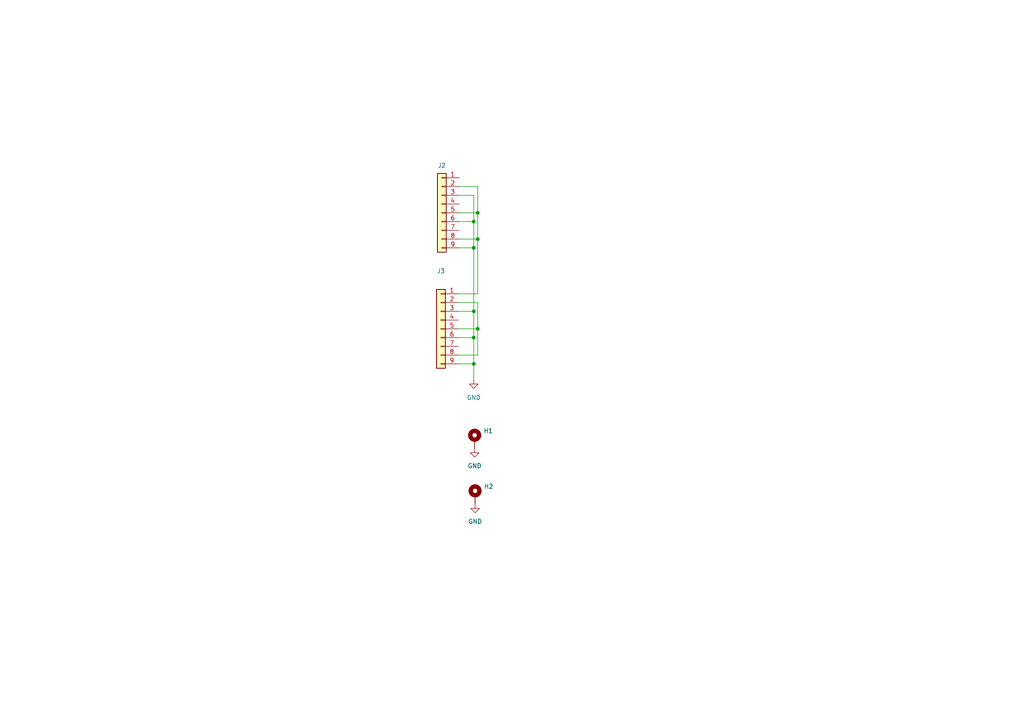
<source format=kicad_sch>
(kicad_sch (version 20230121) (generator eeschema)
  (paper "A4")
  (title_block (title "m0xpd PATCH Passive Multiple Board") (comment 1 "Published under CC BY-SA 4.0 License") (comment 2 "See: https://github.com/m0xpd/PATCH"))
  (lib_symbols
    (symbol "Connector_Generic:Conn_01x09" (pin_names (offset 1.016) hide)
      (property "Reference" "J" (at 0 12.7 0))
      (property "Value" "Conn_01x09" (at 0 -12.7 0))
      (symbol "Conn_01x09_1_1"
        (rectangle (start -1.27 -10.033) (end 0 -10.287) (stroke (width 0.1524)))
        (rectangle (start -1.27 -7.493) (end 0 -7.747) (stroke (width 0.1524)))
        (rectangle (start -1.27 -4.953) (end 0 -5.207) (stroke (width 0.1524)))
        (rectangle (start -1.27 -2.413) (end 0 -2.667) (stroke (width 0.1524)))
        (rectangle (start -1.27 0.127) (end 0 -0.127) (stroke (width 0.1524)))
        (rectangle (start -1.27 2.667) (end 0 2.413) (stroke (width 0.1524)))
        (rectangle (start -1.27 5.207) (end 0 4.953) (stroke (width 0.1524)))
        (rectangle (start -1.27 7.747) (end 0 7.493) (stroke (width 0.1524)))
        (rectangle (start -1.27 10.287) (end 0 10.033) (stroke (width 0.1524)))
        (rectangle (start -1.27 11.43) (end 1.27 -11.43) (stroke (width 0.254)) (fill (type background)))
        (pin passive line (at -5.08 10.16 0) (length 3.81) (name "Pin_1") (number "1"))
        (pin passive line (at -5.08 7.62 0) (length 3.81) (name "Pin_2") (number "2"))
        (pin passive line (at -5.08 5.08 0) (length 3.81) (name "Pin_3") (number "3"))
        (pin passive line (at -5.08 2.54 0) (length 3.81) (name "Pin_4") (number "4"))
        (pin passive line (at -5.08 0 0) (length 3.81) (name "Pin_5") (number "5"))
        (pin passive line (at -5.08 -2.54 0) (length 3.81) (name "Pin_6") (number "6"))
        (pin passive line (at -5.08 -5.08 0) (length 3.81) (name "Pin_7") (number "7"))
        (pin passive line (at -5.08 -7.62 0) (length 3.81) (name "Pin_8") (number "8"))
        (pin passive line (at -5.08 -10.16 0) (length 3.81) (name "Pin_9") (number "9"))
      )
    )
    (symbol "Mechanical:MountingHole_Pad" (pin_numbers hide) (pin_names (offset 1.016) hide)
      (property "Reference" "H" (at 0 6.35 0))
      (property "Value" "MountingHole_Pad" (at 0 4.445 0))
      (symbol "MountingHole_Pad_0_1"
        (circle (center 0 1.27) (radius 1.27) (stroke (width 1.27)))
      )
      (symbol "MountingHole_Pad_1_1"
        (pin input line (at 0 -2.54 90) (length 2.54) (name "1") (number "1"))
      )
    )
    (symbol "power:GND" (power) (pin_names (offset 0))
      (property "Value" "GND" (at 0 -3.81 0))
      (symbol "GND_0_1"
        (polyline (pts (xy 0 0) (xy 0 -1.27) (xy 1.27 -1.27) (xy 0 -2.54) (xy -1.27 -1.27) (xy 0 -1.27)))
      )
      (symbol "GND_1_1"
        (pin power_in line (at 0 0 270) (length 0) hide (name "GND") (number "1"))
      )
    )
  )
  (junction (at 137.414 64.262))
  (junction (at 137.414 71.882))
  (junction (at 138.557 95.377))
  (junction (at 138.557 61.722))
  (junction (at 138.557 69.342))
  (junction (at 137.414 105.537))
  (junction (at 137.414 97.917))
  (junction (at 137.414 90.297))
  (wire (pts (xy 133.223 64.262) (xy 137.414 64.262)))
  (wire (pts (xy 132.969 102.997) (xy 138.557 102.997)))
  (wire (pts (xy 138.557 61.722) (xy 138.557 69.342)))
  (wire (pts (xy 133.223 61.722) (xy 138.557 61.722)))
  (wire (pts (xy 132.969 105.537) (xy 137.414 105.537)))
  (wire (pts (xy 132.969 95.377) (xy 138.557 95.377)))
  (wire (pts (xy 133.223 56.642) (xy 137.414 56.642)))
  (wire (pts (xy 132.969 85.217) (xy 138.557 85.217)))
  (wire (pts (xy 137.414 90.297) (xy 137.414 97.917)))
  (wire (pts (xy 138.557 95.377) (xy 138.557 102.997)))
  (wire (pts (xy 137.414 105.537) (xy 137.414 110.109)))
  (wire (pts (xy 137.414 97.917) (xy 137.414 105.537)))
  (wire (pts (xy 133.223 71.882) (xy 137.414 71.882)))
  (wire (pts (xy 132.969 87.757) (xy 138.557 87.757)))
  (wire (pts (xy 138.557 54.102) (xy 138.557 61.722)))
  (wire (pts (xy 132.969 97.917) (xy 137.414 97.917)))
  (wire (pts (xy 133.223 54.102) (xy 138.557 54.102)))
  (wire (pts (xy 137.414 71.882) (xy 137.414 90.297)))
  (wire (pts (xy 137.414 64.262) (xy 137.414 71.882)))
  (wire (pts (xy 132.969 90.297) (xy 137.414 90.297)))
  (wire (pts (xy 133.223 69.342) (xy 138.557 69.342)))
  (wire (pts (xy 137.414 56.642) (xy 137.414 64.262)))
  (wire (pts (xy 138.557 87.757) (xy 138.557 95.377)))
  (wire (pts (xy 138.557 69.342) (xy 138.557 85.217)))
  (symbol (lib_id "power:GND") (at 137.795 146.177 0) (unit 1)
    (property "Reference" "#PWR03" (effects hide))
    (property "Value" "GND" (at 137.795 151.257 0))
  )
  (symbol (lib_id "Connector_Generic:Conn_01x09") (at 128.143 61.722 0) (mirror y) (unit 1)
    (property "Reference" "J2" (at 128.143 48.006 0))
    (property "Value" "Conn_01x09" (effects hide))
    (property "Footprint" "Connector_PinHeader_2.54mm:PinHeader_1x09_P2.54mm_Vertical" (effects hide))
  )
  (symbol (lib_id "power:GND") (at 137.414 110.109 0) (unit 1)
    (property "Reference" "#PWR01" (effects hide))
    (property "Value" "GND" (at 137.414 115.316 0))
  )
  (symbol (lib_id "Mechanical:MountingHole_Pad") (at 137.795 143.637 0) (unit 1)
    (property "Reference" "H2" (at 140.335 141.097 0) (effects (justify left)))
    (property "Value" "MountingHole_Pad" (effects hide))
    (property "Footprint" "MountingHole:MountingHole_3.2mm_M3_DIN965_Pad_TopBottom" (effects hide))
  )
  (symbol (lib_id "power:GND") (at 137.668 130.048 0) (unit 1)
    (property "Reference" "#PWR02" (effects hide))
    (property "Value" "GND" (at 137.668 135.128 0))
  )
  (symbol (lib_id "Connector_Generic:Conn_01x09") (at 127.889 95.377 0) (mirror y) (unit 1)
    (property "Reference" "J3" (at 127.889 78.613 0))
    (property "Value" "Conn_01x09" (effects hide))
    (property "Footprint" "Connector_PinHeader_2.54mm:PinHeader_1x09_P2.54mm_Vertical" (effects hide))
  )
  (symbol (lib_id "Mechanical:MountingHole_Pad") (at 137.668 127.508 0) (unit 1)
    (property "Reference" "H1" (at 140.208 124.968 0) (effects (justify left)))
    (property "Value" "MountingHole_Pad" (effects hide))
    (property "Footprint" "MountingHole:MountingHole_3.2mm_M3_DIN965_Pad_TopBottom" (effects hide))
  )
)
</source>
